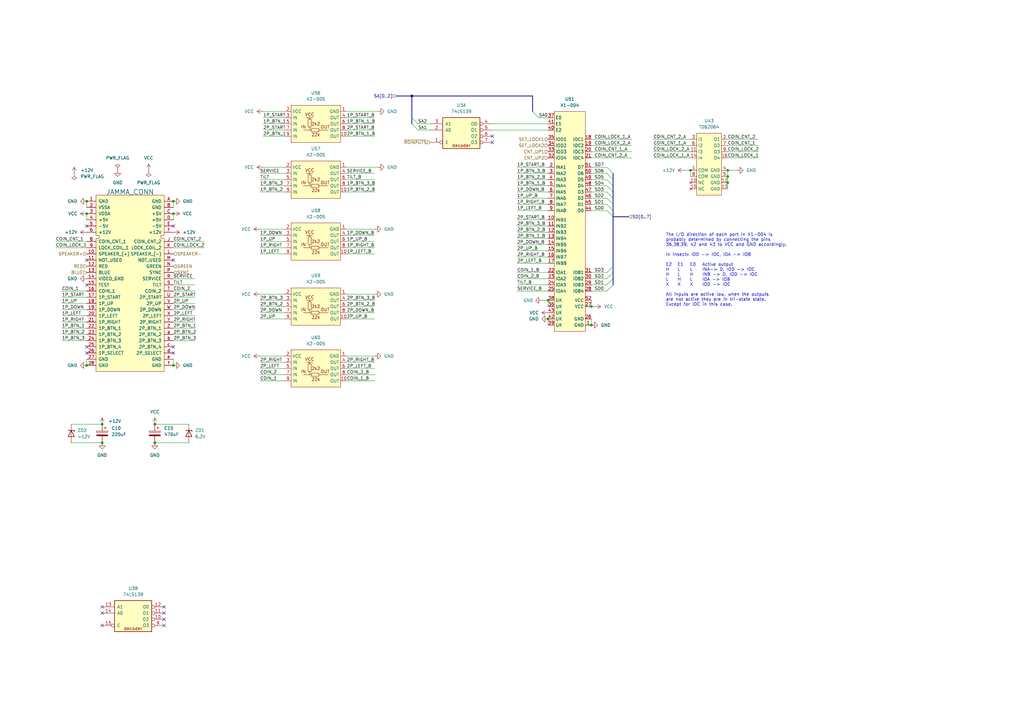
<source format=kicad_sch>
(kicad_sch (version 20211123) (generator eeschema)
  (paper "A3")
  (title_block (title "Insector X - P0-056A") (date "2022-12-06") (company "Ulf Skutnabba, twitter: @skutis77"))
  (lib_symbols
    (symbol "Device:C_Polarized" (pin_numbers hide) (pin_names (offset 0.254))
      (property "Reference" "C" (at 0.635 2.54 0))
      (property "Value" "C_Polarized" (at 0.635 -2.54 0))
      (symbol "C_Polarized_0_1"
        (rectangle (start -2.286 0.508) (end 2.286 1.016))
        (polyline (pts (xy -1.778 2.286) (xy -0.762 2.286)))
        (polyline (pts (xy -1.27 2.794) (xy -1.27 1.778)))
        (rectangle (start 2.286 -0.508) (end -2.286 -1.016) (fill (type outline)))
      )
      (symbol "C_Polarized_1_1"
        (pin passive line (at 0 3.81 270) (length 2.794) (name "~") (number "1"))
        (pin passive line (at 0 -3.81 90) (length 2.794) (name "~") (number "2"))
      )
    )
    (symbol "Device:D_Zener" (pin_numbers hide) (pin_names (offset 1.016) hide)
      (property "Reference" "D" (at 0 2.54 0))
      (property "Value" "D_Zener" (at 0 -2.54 0))
      (symbol "D_Zener_0_1"
        (polyline (pts (xy 1.27 0) (xy -1.27 0)))
        (polyline (pts (xy -1.27 -1.27) (xy -1.27 1.27) (xy -0.762 1.27)) (stroke (width 0.254)))
        (polyline (pts (xy 1.27 -1.27) (xy 1.27 1.27) (xy -1.27 0) (xy 1.27 -1.27)) (stroke (width 0.254)))
      )
      (symbol "D_Zener_1_1"
        (pin passive line (at -3.81 0 0) (length 2.54) (name "K") (number "1"))
        (pin passive line (at 3.81 0 180) (length 2.54) (name "A") (number "2"))
      )
    )
    (symbol "jt74:74LS139" (pin_names (offset 1.016))
      (property "Reference" "U" (at -7.62 8.89 0))
      (property "Value" "74LS139" (at -7.62 -8.89 0))
      (symbol "74LS139_0_0"
        (text "decoder" (at 0 -6.35 0) (effects (font (size 1.27 1.27))))
      )
      (symbol "74LS139_1_0"
        (pin input inverted (at -12.7 -5.08 0) (length 5.08) (name "E") (number "1"))
        (pin input line (at -12.7 0 0) (length 5.08) (name "A0") (number "2"))
        (pin input line (at -12.7 2.54 0) (length 5.08) (name "A1") (number "3"))
        (pin output inverted (at 12.7 2.54 180) (length 5.08) (name "O0") (number "4"))
        (pin output inverted (at 12.7 0 180) (length 5.08) (name "O1") (number "5"))
        (pin output inverted (at 12.7 -2.54 180) (length 5.08) (name "O2") (number "6"))
        (pin output inverted (at 12.7 -5.08 180) (length 5.08) (name "O3") (number "7"))
      )
      (symbol "74LS139_1_1"
        (rectangle (start -7.62 5.08) (end 7.62 -7.62) (stroke (width 0.254)) (fill (type background)))
      )
      (symbol "74LS139_2_0"
        (pin output inverted (at 12.7 -2.54 180) (length 5.08) (name "O2") (number "10"))
        (pin output inverted (at 12.7 0 180) (length 5.08) (name "O1") (number "11"))
        (pin output inverted (at 12.7 2.54 180) (length 5.08) (name "O0") (number "12"))
        (pin input line (at -12.7 2.54 0) (length 5.08) (name "A1") (number "13"))
        (pin input line (at -12.7 0 0) (length 5.08) (name "A0") (number "14"))
        (pin input inverted (at -12.7 -5.08 0) (length 5.08) (name "E") (number "15"))
        (pin output inverted (at 12.7 -5.08 180) (length 5.08) (name "O3") (number "9"))
      )
      (symbol "74LS139_2_1"
        (rectangle (start -7.62 5.08) (end 7.62 -7.62) (stroke (width 0.254)) (fill (type background)))
      )
      (symbol "74LS139_3_0"
        (pin power_in line (at 0 7.62 270) (length 5.08) hide (name "VCC") (number "16"))
        (pin power_in line (at 0 -7.62 90) (length 5.08) hide (name "VSS") (number "8"))
      )
      (symbol "74LS139_3_1"
        (rectangle (start -5.08 7.62) (end 5.08 -7.62) (stroke (width 0.254)) (fill (type background)))
      )
    )
    (symbol "power:+12V" (power) (pin_names (offset 0))
      (property "Value" "+12V" (at 0 3.556 0))
      (symbol "+12V_0_1"
        (polyline (pts (xy -0.762 1.27) (xy 0 2.54)))
        (polyline (pts (xy 0 0) (xy 0 2.54)))
        (polyline (pts (xy 0 2.54) (xy 0.762 1.27)))
      )
      (symbol "+12V_1_1"
        (pin power_in line (at 0 0 90) (length 0) hide (name "+12V") (number "1"))
      )
    )
    (symbol "power:GND" (power) (pin_names (offset 0))
      (property "Value" "GND" (at 0 -3.81 0))
      (symbol "GND_0_1"
        (polyline (pts (xy 0 0) (xy 0 -1.27) (xy 1.27 -1.27) (xy 0 -2.54) (xy -1.27 -1.27) (xy 0 -1.27)))
      )
      (symbol "GND_1_1"
        (pin power_in line (at 0 0 270) (length 0) hide (name "GND") (number "1"))
      )
    )
    (symbol "power:PWR_FLAG" (power) (pin_numbers hide) (pin_names (offset 0) hide)
      (property "Value" "PWR_FLAG" (at 0 3.81 0))
      (symbol "PWR_FLAG_0_0"
        (pin power_out line (at 0 0 90) (length 0) (name "pwr") (number "1"))
      )
      (symbol "PWR_FLAG_0_1"
        (polyline (pts (xy 0 0) (xy 0 1.27) (xy -1.016 1.905) (xy 0 2.54) (xy 1.016 1.905) (xy 0 1.27)))
      )
    )
    (symbol "power:VCC" (power) (pin_names (offset 0))
      (property "Value" "VCC" (at 0 3.81 0))
      (symbol "VCC_0_1"
        (polyline (pts (xy -0.762 1.27) (xy 0 2.54)))
        (polyline (pts (xy 0 0) (xy 0 2.54)))
        (polyline (pts (xy 0 2.54) (xy 0.762 1.27)))
      )
      (symbol "VCC_1_1"
        (pin power_in line (at 0 0 90) (length 0) hide (name "VCC") (number "1"))
      )
    )
    (symbol "seta:X2-005"
      (property "Reference" "U" (at 11.43 3.81 0))
      (property "Value" "X2-005" (at 11.43 -13.97 0))
      (symbol "X2-005_0_0"
        (polyline (pts (xy 7.62 -7.62) (xy 10.795 -7.62)))
        (polyline (pts (xy 8.89 -2.54) (xy 11.43 -2.54)))
        (polyline (pts (xy 10.16 -6.35) (xy 10.16 -7.62)))
        (polyline (pts (xy 13.97 -7.62) (xy 17.78 -7.62)))
        (polyline (pts (xy 10.16 -3.175) (xy 10.16 -2.54) (xy 9.525 -2.54)))
        (rectangle (start 2.54 2.54) (end 22.86 -12.7) (fill (type background)))
        (text "22k" (at 12.7 -9.525 0) (effects (font (size 1.27 1.27))))
        (text "2k2" (at 12.7 -5.08 0) (effects (font (size 1.27 1.27))))
        (text "IN" (at 7.62 -6.35 0) (effects (font (size 1.27 1.27))))
        (text "OUT" (at 16.51 -6.35 0) (effects (font (size 1.27 1.27))))
        (text "VCC" (at 10.16 -1.27 0) (effects (font (size 1.27 1.27))))
      )
      (symbol "X2-005_0_1"
        (rectangle (start 9.525 -6.35) (end 10.795 -3.175))
        (rectangle (start 10.795 -6.985) (end 13.97 -8.255))
      )
      (symbol "X2-005_1_1"
        (pin passive line (at 25.4 0 180) (length 2.54) (name "GND") (number "1"))
        (pin passive line (at 25.4 -10.16 180) (length 2.54) (name "OUT") (number "10"))
        (pin passive line (at 0 0 0) (length 2.54) (name "VCC") (number "2"))
        (pin passive line (at 0 -2.54 0) (length 2.54) (name "IN") (number "3"))
        (pin passive line (at 25.4 -2.54 180) (length 2.54) (name "OUT") (number "4"))
        (pin passive line (at 0 -5.08 0) (length 2.54) (name "IN") (number "5"))
        (pin passive line (at 25.4 -5.08 180) (length 2.54) (name "OUT") (number "6"))
        (pin passive line (at 0 -7.62 0) (length 2.54) (name "IN") (number "7"))
        (pin passive line (at 25.4 -7.62 180) (length 2.54) (name "OUT") (number "8"))
        (pin passive line (at 0 -10.16 0) (length 2.54) (name "IN") (number "9"))
      )
    )
    (symbol "skutis-kicad:JAMMA_CONN" (pin_names (offset 1.016))
      (property "Value" "JAMMA_CONN" (at 13.97 1.27 0))
      (symbol "JAMMA_CONN_0_1"
        (polyline (pts (xy 0 0) (xy 0 -16.51) (xy 1.27 -16.51) (xy 1.27 -17.78) (xy 0 -17.78) (xy 0 -72.39) (xy 27.94 -72.39) (xy 27.94 -17.78) (xy 26.67 -17.78) (xy 26.67 -16.51) (xy 27.94 -16.51) (xy 27.94 0) (xy 0 0)) (fill (type background)))
      )
      (symbol "JAMMA_CONN_1_1"
        (pin passive line (at -3.81 -2.54 0) (length 3.81) (name "GND") (number "1"))
        (pin input line (at -3.81 -24.13 0) (length 3.81) (name "SPEAKER_(+)") (number "10"))
        (pin unspecified line (at -3.81 -26.67 0) (length 3.81) (name "NOT_USED") (number "11"))
        (pin output line (at -3.81 -29.21 0) (length 3.81) (name "RED") (number "12"))
        (pin output line (at -3.81 -31.75 0) (length 3.81) (name "BLUE") (number "13"))
        (pin passive line (at -3.81 -34.29 0) (length 3.81) (name "VIDEO_GND") (number "14"))
        (pin input line (at -3.81 -36.83 0) (length 3.81) (name "TEST") (number "15"))
        (pin output line (at -3.81 -39.37 0) (length 3.81) (name "COIN_1") (number "16"))
        (pin input line (at -3.81 -41.91 0) (length 3.81) (name "1P_START") (number "17"))
        (pin input line (at -3.81 -44.45 0) (length 3.81) (name "1P_UP") (number "18"))
        (pin input line (at -3.81 -46.99 0) (length 3.81) (name "1P_DOWN") (number "19"))
        (pin passive line (at -3.81 -5.08 0) (length 3.81) (name "VSSA") (number "2"))
        (pin input line (at -3.81 -49.53 0) (length 3.81) (name "1P_LEFT") (number "20"))
        (pin input line (at -3.81 -52.07 0) (length 3.81) (name "1P_RIGHT") (number "21"))
        (pin input line (at -3.81 -54.61 0) (length 3.81) (name "1P_BTN_1") (number "22"))
        (pin input line (at -3.81 -57.15 0) (length 3.81) (name "1P_BTN_2") (number "23"))
        (pin input line (at -3.81 -59.69 0) (length 3.81) (name "1P_BTN_3") (number "24"))
        (pin input line (at -3.81 -62.23 0) (length 3.81) (name "1P_BTN_4") (number "25"))
        (pin input line (at -3.81 -64.77 0) (length 3.81) (name "1P_SELECT") (number "26"))
        (pin passive line (at -3.81 -67.31 0) (length 3.81) (name "GND") (number "27"))
        (pin passive line (at -3.81 -69.85 0) (length 3.81) (name "GND") (number "28"))
        (pin passive line (at -3.81 -7.62 0) (length 3.81) (name "VDDA") (number "3"))
        (pin passive line (at -3.81 -10.16 0) (length 3.81) (name "+5V") (number "4"))
        (pin passive line (at -3.81 -12.7 0) (length 3.81) (name "-5V") (number "5"))
        (pin passive line (at -3.81 -15.24 0) (length 3.81) (name "+12V") (number "6"))
        (pin open_collector line (at -3.81 -19.05 0) (length 3.81) (name "COIN_CNT_1") (number "8"))
        (pin open_collector line (at -3.81 -21.59 0) (length 3.81) (name "LOCK_COIL_1") (number "9"))
        (pin passive line (at 31.75 -2.54 180) (length 3.81) (name "GND") (number "A"))
        (pin passive line (at 31.75 -5.08 180) (length 3.81) (name "GND") (number "B"))
        (pin passive line (at 31.75 -7.62 180) (length 3.81) (name "+5V") (number "C"))
        (pin passive line (at 31.75 -10.16 180) (length 3.81) (name "+5V") (number "D"))
        (pin passive line (at 31.75 -12.7 180) (length 3.81) (name "-5V") (number "E"))
        (pin passive line (at 31.75 -15.24 180) (length 3.81) (name "+12V") (number "F"))
        (pin open_collector line (at 31.75 -19.05 180) (length 3.81) (name "COIN_CNT_2") (number "J"))
        (pin open_collector line (at 31.75 -21.59 180) (length 3.81) (name "LOCK_COIL_2") (number "K"))
        (pin input line (at 31.75 -24.13 180) (length 3.81) (name "SPEAKER_(-)") (number "L"))
        (pin unspecified line (at 31.75 -26.67 180) (length 3.81) (name "NOT_USED") (number "M"))
        (pin output line (at 31.75 -29.21 180) (length 3.81) (name "GREEN") (number "N"))
        (pin input line (at 31.75 -31.75 180) (length 3.81) (name "SYNC") (number "P"))
        (pin input line (at 31.75 -34.29 180) (length 3.81) (name "SERVICE") (number "R"))
        (pin input line (at 31.75 -36.83 180) (length 3.81) (name "TILT") (number "S"))
        (pin output line (at 31.75 -39.37 180) (length 3.81) (name "COIN_2") (number "T"))
        (pin input line (at 31.75 -41.91 180) (length 3.81) (name "2P_START") (number "U"))
        (pin input line (at 31.75 -44.45 180) (length 3.81) (name "2P_UP") (number "V"))
        (pin input line (at 31.75 -46.99 180) (length 3.81) (name "2P_DOWN") (number "W"))
        (pin input line (at 31.75 -49.53 180) (length 3.81) (name "2P_LEFT") (number "X"))
        (pin input line (at 31.75 -52.07 180) (length 3.81) (name "2P_RIGHT") (number "Y"))
        (pin input line (at 31.75 -54.61 180) (length 3.81) (name "2P_BTN_1") (number "Z"))
        (pin input line (at 31.75 -57.15 180) (length 3.81) (name "2P_BTN_2") (number "a"))
        (pin input line (at 31.75 -59.69 180) (length 3.81) (name "2P_BTN_3") (number "b"))
        (pin input line (at 31.75 -62.23 180) (length 3.81) (name "2P_BTN_4") (number "c"))
        (pin input line (at 31.75 -64.77 180) (length 3.81) (name "2P_SELECT") (number "d"))
        (pin passive line (at 31.75 -67.31 180) (length 3.81) (name "GND") (number "e"))
        (pin passive line (at 31.75 -69.85 180) (length 3.81) (name "GND") (number "f"))
      )
    )
    (symbol "skutis-kicad:TD62064"
      (property "Reference" "U" (at 0 16.51 0))
      (property "Value" "TD62064" (at 0 13.97 0))
      (symbol "TD62064_0_1"
        (rectangle (start -5.08 12.7) (end 5.08 -12.7) (fill (type background)))
      )
      (symbol "TD62064_1_1"
        (pin power_in line (at -7.62 -2.54 0) (length 2.54) (name "COM") (number "1"))
        (pin no_connect line (at -7.62 -7.62 0) (length 2.54) (name "NC") (number "10"))
        (pin input line (at -7.62 5.08 0) (length 2.54) (name "I3") (number "11"))
        (pin power_in line (at 7.62 -7.62 180) (length 2.54) (name "GND") (number "12"))
        (pin power_in line (at 7.62 -10.16 180) (length 2.54) (name "GND") (number "13"))
        (pin input line (at -7.62 2.54 0) (length 2.54) (name "I4") (number "14"))
        (pin no_connect line (at -7.62 -10.16 0) (length 2.54) (name "NC") (number "15"))
        (pin open_collector line (at 7.62 2.54 180) (length 2.54) (name "O4") (number "16"))
        (pin open_collector line (at 7.62 10.16 180) (length 2.54) (name "O1") (number "2"))
        (pin input line (at -7.62 10.16 0) (length 2.54) (name "I1") (number "3"))
        (pin power_in line (at 7.62 -2.54 180) (length 2.54) (name "GND") (number "4"))
        (pin power_in line (at 7.62 -5.08 180) (length 2.54) (name "GND") (number "5"))
        (pin input line (at -7.62 7.62 0) (length 2.54) (name "I2") (number "6"))
        (pin open_collector line (at 7.62 7.62 180) (length 2.54) (name "O2") (number "7"))
        (pin power_in line (at -7.62 -5.08 0) (length 2.54) (name "COM") (number "8"))
        (pin open_collector line (at 7.62 5.08 180) (length 2.54) (name "O3") (number "9"))
      )
    )
    (symbol "skutis-kicad:X1-004"
      (property "Reference" "U" (at 0 49.53 0))
      (property "Value" "X1-004" (at 0 46.99 0))
      (symbol "X1-004_0_0"
        (rectangle (start -6.35 45.72) (end 6.35 -44.45) (fill (type background)))
      )
      (symbol "X1-004_1_1"
        (pin power_in line (at 8.89 -41.91 180) (length 2.54) (name "GND") (number "1"))
        (pin input line (at -8.89 1.27 0) (length 2.54) (name "INB1") (number "10"))
        (pin input line (at -8.89 -1.27 0) (length 2.54) (name "INB2") (number "11"))
        (pin input line (at -8.89 -3.81 0) (length 2.54) (name "INB3") (number "12"))
        (pin input line (at -8.89 -6.35 0) (length 2.54) (name "INB4") (number "13"))
        (pin input line (at -8.89 -8.89 0) (length 2.54) (name "INB5") (number "14"))
        (pin input line (at -8.89 -11.43 0) (length 2.54) (name "INB6") (number "15"))
        (pin input line (at -8.89 -13.97 0) (length 2.54) (name "INB7") (number "16"))
        (pin input line (at -8.89 -16.51 0) (length 2.54) (name "INB8") (number "17"))
        (pin bidirectional line (at 8.89 34.29 180) (length 2.54) (name "IOC1") (number "18"))
        (pin bidirectional line (at 8.89 31.75 180) (length 2.54) (name "IOC2") (number "19"))
        (pin input line (at -8.89 22.86 0) (length 2.54) (name "INA1") (number "2"))
        (pin bidirectional line (at 8.89 29.21 180) (length 2.54) (name "IOC3") (number "20"))
        (pin bidirectional line (at 8.89 26.67 180) (length 2.54) (name "IOC4") (number "21"))
        (pin bidirectional line (at -8.89 -20.32 0) (length 2.54) (name "IOA1") (number "22"))
        (pin bidirectional line (at -8.89 -22.86 0) (length 2.54) (name "IOA2") (number "23"))
        (pin bidirectional line (at -8.89 -25.4 0) (length 2.54) (name "IOA3") (number "24"))
        (pin bidirectional line (at -8.89 -27.94 0) (length 2.54) (name "IOA4") (number "25"))
        (pin power_in line (at 8.89 -39.37 180) (length 2.54) (name "GND") (number "26"))
        (pin power_in line (at 8.89 -34.29 180) (length 2.54) (name "VCC") (number "27"))
        (pin bidirectional line (at 8.89 -27.94 180) (length 2.54) (name "IOB4") (number "28"))
        (pin bidirectional line (at 8.89 -25.4 180) (length 2.54) (name "IOB3") (number "29"))
        (pin input line (at -8.89 20.32 0) (length 2.54) (name "INA2") (number "3"))
        (pin bidirectional line (at 8.89 -22.86 180) (length 2.54) (name "IOB2") (number "30"))
        (pin bidirectional line (at 8.89 -20.32 180) (length 2.54) (name "IOB1") (number "31"))
        (pin bidirectional line (at -8.89 26.67 0) (length 2.54) (name "IOD4") (number "32"))
        (pin bidirectional line (at -8.89 29.21 0) (length 2.54) (name "IOD3") (number "33"))
        (pin bidirectional line (at -8.89 31.75 0) (length 2.54) (name "IOD2") (number "34"))
        (pin bidirectional line (at -8.89 34.29 0) (length 2.54) (name "IOD1") (number "35"))
        (pin input line (at -8.89 -34.29 0) (length 2.54) (name "UK") (number "36"))
        (pin input line (at -8.89 43.18 0) (length 2.54) (name "E0") (number "37"))
        (pin input line (at -8.89 -31.75 0) (length 2.54) (name "UK") (number "38"))
        (pin input line (at -8.89 -41.91 0) (length 2.54) (name "UK") (number "39"))
        (pin input line (at -8.89 17.78 0) (length 2.54) (name "INA3") (number "4"))
        (pin input line (at -8.89 38.1 0) (length 2.54) (name "E2") (number "40"))
        (pin input line (at -8.89 40.64 0) (length 2.54) (name "E1") (number "41"))
        (pin input line (at -8.89 -39.37 0) (length 2.54) (name "UK") (number "42"))
        (pin input line (at -8.89 -36.83 0) (length 2.54) (name "UK") (number "43"))
        (pin output line (at 8.89 5.08 180) (length 2.54) (name "D0") (number "44"))
        (pin output line (at 8.89 7.62 180) (length 2.54) (name "D1") (number "45"))
        (pin output line (at 8.89 10.16 180) (length 2.54) (name "D2") (number "46"))
        (pin output line (at 8.89 12.7 180) (length 2.54) (name "D3") (number "47"))
        (pin output line (at 8.89 15.24 180) (length 2.54) (name "D4") (number "48"))
        (pin output line (at 8.89 17.78 180) (length 2.54) (name "D5") (number "49"))
        (pin input line (at -8.89 15.24 0) (length 2.54) (name "INA4") (number "5"))
        (pin output line (at 8.89 20.32 180) (length 2.54) (name "D6") (number "50"))
        (pin output line (at 8.89 22.86 180) (length 2.54) (name "D7") (number "51"))
        (pin power_in line (at 8.89 -31.75 180) (length 2.54) (name "VCC") (number "52"))
        (pin input line (at -8.89 12.7 0) (length 2.54) (name "INA5") (number "6"))
        (pin input line (at -8.89 10.16 0) (length 2.54) (name "INA6") (number "7"))
        (pin input line (at -8.89 7.62 0) (length 2.54) (name "INA7") (number "8"))
        (pin input line (at -8.89 5.08 0) (length 2.54) (name "INA8") (number "9"))
      )
    )
  )
  (junction (at 298.45 74.93))
  (junction (at 35.56 149.86))
  (junction (at 298.45 69.85))
  (junction (at 242.57 125.73))
  (junction (at 283.21 69.85))
  (junction (at 41.91 181.61))
  (junction (at 298.45 72.39))
  (junction (at 35.56 87.63))
  (junction (at 63.5 173.99))
  (junction (at 63.5 181.61))
  (junction (at 242.57 133.35))
  (junction (at 224.79 130.81))
  (junction (at 35.56 82.55))
  (junction (at 41.91 173.99))
  (junction (at 71.12 87.63))
  (junction (at 224.79 123.19))
  (junction (at 71.12 82.55))
  (junction (at 168.91 39.37))
  (junction (at 71.12 149.86))
  (no_connect (at 41.91 248.92))
  (no_connect (at 41.91 251.46))
  (no_connect (at 41.91 256.54))
  (no_connect (at 67.31 248.92))
  (no_connect (at 67.31 251.46))
  (no_connect (at 67.31 254))
  (no_connect (at 67.31 256.54))
  (no_connect (at 71.12 92.71))
  (no_connect (at 35.56 92.71))
  (no_connect (at 35.56 106.68))
  (no_connect (at 35.56 116.84))
  (no_connect (at 71.12 106.68))
  (no_connect (at 201.93 55.88))
  (no_connect (at 201.93 58.42))
  (no_connect (at 35.56 142.24))
  (no_connect (at 35.56 144.78))
  (no_connect (at 71.12 144.78))
  (no_connect (at 71.12 142.24))
  (bus_entry (at 248.92 78.74) (size 2.54 2.54))
  (bus_entry (at 248.92 111.76) (size 2.54 -2.54))
  (bus_entry (at 248.92 83.82) (size 2.54 2.54))
  (bus_entry (at 248.92 119.38) (size 2.54 -2.54))
  (bus_entry (at 248.92 116.84) (size 2.54 -2.54))
  (bus_entry (at 248.92 71.12) (size 2.54 2.54))
  (bus_entry (at 248.92 81.28) (size 2.54 2.54))
  (bus_entry (at 248.92 86.36) (size 2.54 2.54))
  (bus_entry (at 168.91 50.8) (size 2.54 2.54))
  (bus_entry (at 168.91 48.26) (size 2.54 2.54))
  (bus_entry (at 218.44 45.72) (size 2.54 2.54))
  (bus_entry (at 248.92 73.66) (size 2.54 2.54))
  (bus_entry (at 248.92 68.58) (size 2.54 2.54))
  (bus_entry (at 248.92 76.2) (size 2.54 2.54))
  (bus_entry (at 248.92 114.3) (size 2.54 -2.54))
  (wire (pts (xy 106.68 146.05) (xy 116.84 146.05)))
  (wire (pts (xy 242.57 119.38) (xy 248.92 119.38)))
  (wire (pts (xy 171.45 53.34) (xy 176.53 53.34)))
  (wire (pts (xy 71.12 134.62) (xy 80.01 134.62)))
  (wire (pts (xy 106.68 78.74) (xy 116.84 78.74)))
  (bus (pts (xy 251.46 111.76) (xy 251.46 109.22)))
  (wire (pts (xy 242.57 57.15) (xy 259.08 57.15)))
  (wire (pts (xy 71.12 101.6) (xy 83.82 101.6)))
  (wire (pts (xy 25.4 134.62) (xy 35.56 134.62)))
  (wire (pts (xy 25.4 139.7) (xy 35.56 139.7)))
  (wire (pts (xy 298.45 69.85) (xy 298.45 72.39)))
  (wire (pts (xy 29.21 181.61) (xy 41.91 181.61)))
  (wire (pts (xy 212.09 86.36) (xy 224.79 86.36)))
  (wire (pts (xy 212.09 111.76) (xy 224.79 111.76)))
  (wire (pts (xy 25.4 121.92) (xy 35.56 121.92)))
  (wire (pts (xy 107.95 48.26) (xy 116.84 48.26)))
  (wire (pts (xy 222.25 123.19) (xy 224.79 123.19)))
  (wire (pts (xy 142.24 50.8) (xy 153.67 50.8)))
  (wire (pts (xy 71.12 124.46) (xy 80.01 124.46)))
  (wire (pts (xy 142.24 123.19) (xy 153.67 123.19)))
  (bus (pts (xy 251.46 116.84) (xy 251.46 114.3)))
  (wire (pts (xy 242.57 81.28) (xy 248.92 81.28)))
  (wire (pts (xy 142.24 55.88) (xy 153.67 55.88)))
  (wire (pts (xy 142.24 101.6) (xy 153.67 101.6)))
  (wire (pts (xy 212.09 105.41) (xy 224.79 105.41)))
  (wire (pts (xy 71.12 116.84) (xy 80.01 116.84)))
  (bus (pts (xy 251.46 83.82) (xy 251.46 86.36)))
  (wire (pts (xy 212.09 114.3) (xy 224.79 114.3)))
  (wire (pts (xy 22.86 101.6) (xy 35.56 101.6)))
  (wire (pts (xy 242.57 64.77) (xy 259.08 64.77)))
  (wire (pts (xy 298.45 62.23) (xy 311.15 62.23)))
  (bus (pts (xy 251.46 86.36) (xy 251.46 88.9)))
  (wire (pts (xy 283.21 69.85) (xy 283.21 72.39)))
  (wire (pts (xy 106.68 96.52) (xy 116.84 96.52)))
  (wire (pts (xy 242.57 78.74) (xy 248.92 78.74)))
  (wire (pts (xy 212.09 68.58) (xy 224.79 68.58)))
  (wire (pts (xy 302.26 69.85) (xy 298.45 69.85)))
  (wire (pts (xy 224.79 130.81) (xy 224.79 133.35)))
  (wire (pts (xy 25.4 119.38) (xy 35.56 119.38)))
  (wire (pts (xy 242.57 73.66) (xy 248.92 73.66)))
  (wire (pts (xy 106.68 71.12) (xy 116.84 71.12)))
  (wire (pts (xy 242.57 130.81) (xy 242.57 133.35)))
  (wire (pts (xy 71.12 87.63) (xy 71.12 90.17)))
  (wire (pts (xy 142.24 96.52) (xy 153.67 96.52)))
  (wire (pts (xy 25.4 124.46) (xy 35.56 124.46)))
  (wire (pts (xy 142.24 48.26) (xy 153.67 48.26)))
  (wire (pts (xy 107.95 68.58) (xy 116.84 68.58)))
  (wire (pts (xy 142.24 128.27) (xy 153.67 128.27)))
  (wire (pts (xy 107.95 55.88) (xy 116.84 55.88)))
  (wire (pts (xy 25.4 132.08) (xy 35.56 132.08)))
  (wire (pts (xy 212.09 116.84) (xy 224.79 116.84)))
  (wire (pts (xy 280.67 69.85) (xy 283.21 69.85)))
  (wire (pts (xy 212.09 100.33) (xy 224.79 100.33)))
  (wire (pts (xy 142.24 71.12) (xy 153.67 71.12)))
  (bus (pts (xy 251.46 88.9) (xy 251.46 109.22)))
  (wire (pts (xy 142.24 148.59) (xy 153.67 148.59)))
  (wire (pts (xy 212.09 102.87) (xy 224.79 102.87)))
  (wire (pts (xy 71.12 82.55) (xy 71.12 85.09)))
  (wire (pts (xy 212.09 107.95) (xy 224.79 107.95)))
  (wire (pts (xy 142.24 156.21) (xy 153.67 156.21)))
  (wire (pts (xy 153.67 93.98) (xy 142.24 93.98)))
  (wire (pts (xy 106.68 148.59) (xy 116.84 148.59)))
  (wire (pts (xy 106.68 130.81) (xy 116.84 130.81)))
  (wire (pts (xy 242.57 62.23) (xy 259.08 62.23)))
  (wire (pts (xy 242.57 123.19) (xy 242.57 125.73)))
  (wire (pts (xy 242.57 86.36) (xy 248.92 86.36)))
  (bus (pts (xy 168.91 48.26) (xy 168.91 39.37)))
  (wire (pts (xy 212.09 83.82) (xy 224.79 83.82)))
  (wire (pts (xy 212.09 76.2) (xy 224.79 76.2)))
  (wire (pts (xy 153.67 146.05) (xy 142.24 146.05)))
  (wire (pts (xy 201.93 50.8) (xy 224.79 50.8)))
  (wire (pts (xy 212.09 81.28) (xy 224.79 81.28)))
  (wire (pts (xy 106.68 104.14) (xy 116.84 104.14)))
  (wire (pts (xy 35.56 147.32) (xy 35.56 149.86)))
  (wire (pts (xy 153.67 120.65) (xy 142.24 120.65)))
  (wire (pts (xy 212.09 119.38) (xy 224.79 119.38)))
  (wire (pts (xy 267.97 57.15) (xy 283.21 57.15)))
  (wire (pts (xy 267.97 62.23) (xy 283.21 62.23)))
  (wire (pts (xy 71.12 121.92) (xy 80.01 121.92)))
  (wire (pts (xy 171.45 50.8) (xy 176.53 50.8)))
  (wire (pts (xy 25.4 127) (xy 35.56 127)))
  (wire (pts (xy 298.45 57.15) (xy 311.15 57.15)))
  (wire (pts (xy 106.68 151.13) (xy 116.84 151.13)))
  (wire (pts (xy 142.24 99.06) (xy 153.67 99.06)))
  (wire (pts (xy 71.12 129.54) (xy 80.01 129.54)))
  (wire (pts (xy 212.09 73.66) (xy 224.79 73.66)))
  (wire (pts (xy 242.57 76.2) (xy 248.92 76.2)))
  (wire (pts (xy 71.12 137.16) (xy 80.01 137.16)))
  (wire (pts (xy 242.57 114.3) (xy 248.92 114.3)))
  (wire (pts (xy 242.57 59.69) (xy 259.08 59.69)))
  (wire (pts (xy 25.4 129.54) (xy 35.56 129.54)))
  (wire (pts (xy 212.09 71.12) (xy 224.79 71.12)))
  (wire (pts (xy 298.45 64.77) (xy 311.15 64.77)))
  (wire (pts (xy 107.95 53.34) (xy 116.84 53.34)))
  (wire (pts (xy 212.09 78.74) (xy 224.79 78.74)))
  (wire (pts (xy 142.24 73.66) (xy 153.67 73.66)))
  (wire (pts (xy 242.57 83.82) (xy 248.92 83.82)))
  (wire (pts (xy 154.94 45.72) (xy 142.24 45.72)))
  (wire (pts (xy 106.68 125.73) (xy 116.84 125.73)))
  (bus (pts (xy 251.46 73.66) (xy 251.46 76.2)))
  (wire (pts (xy 63.5 181.61) (xy 77.47 181.61)))
  (wire (pts (xy 242.57 125.73) (xy 243.84 125.73)))
  (wire (pts (xy 142.24 76.2) (xy 153.67 76.2)))
  (wire (pts (xy 142.24 151.13) (xy 153.67 151.13)))
  (wire (pts (xy 220.98 48.26) (xy 224.79 48.26)))
  (wire (pts (xy 71.12 119.38) (xy 80.01 119.38)))
  (bus (pts (xy 251.46 71.12) (xy 251.46 73.66)))
  (wire (pts (xy 25.4 137.16) (xy 35.56 137.16)))
  (bus (pts (xy 251.46 81.28) (xy 251.46 83.82)))
  (wire (pts (xy 142.24 153.67) (xy 153.67 153.67)))
  (wire (pts (xy 107.95 45.72) (xy 116.84 45.72)))
  (bus (pts (xy 168.91 39.37) (xy 218.44 39.37)))
  (wire (pts (xy 106.68 153.67) (xy 116.84 153.67)))
  (bus (pts (xy 168.91 39.37) (xy 162.56 39.37)))
  (wire (pts (xy 224.79 123.19) (xy 224.79 125.73)))
  (wire (pts (xy 71.12 147.32) (xy 71.12 149.86)))
  (wire (pts (xy 106.68 120.65) (xy 116.84 120.65)))
  (wire (pts (xy 142.24 125.73) (xy 153.67 125.73)))
  (wire (pts (xy 298.45 74.93) (xy 298.45 77.47)))
  (wire (pts (xy 242.57 68.58) (xy 248.92 68.58)))
  (wire (pts (xy 106.68 73.66) (xy 116.84 73.66)))
  (wire (pts (xy 106.68 99.06) (xy 116.84 99.06)))
  (bus (pts (xy 218.44 39.37) (xy 218.44 45.72)))
  (bus (pts (xy 251.46 76.2) (xy 251.46 78.74)))
  (wire (pts (xy 71.12 127) (xy 80.01 127)))
  (wire (pts (xy 142.24 78.74) (xy 153.67 78.74)))
  (wire (pts (xy 71.12 114.3) (xy 80.01 114.3)))
  (wire (pts (xy 212.09 92.71) (xy 224.79 92.71)))
  (wire (pts (xy 106.68 128.27) (xy 116.84 128.27)))
  (bus (pts (xy 251.46 88.9) (xy 257.81 88.9)))
  (bus (pts (xy 251.46 114.3) (xy 251.46 111.76)))
  (wire (pts (xy 298.45 72.39) (xy 298.45 74.93)))
  (wire (pts (xy 298.45 59.69) (xy 311.15 59.69)))
  (wire (pts (xy 29.21 173.99) (xy 41.91 173.99)))
  (wire (pts (xy 142.24 68.58) (xy 154.94 68.58)))
  (wire (pts (xy 242.57 111.76) (xy 248.92 111.76)))
  (bus (pts (xy 251.46 78.74) (xy 251.46 81.28)))
  (wire (pts (xy 242.57 71.12) (xy 248.92 71.12)))
  (wire (pts (xy 106.68 123.19) (xy 116.84 123.19)))
  (wire (pts (xy 142.24 53.34) (xy 153.67 53.34)))
  (wire (pts (xy 267.97 59.69) (xy 283.21 59.69)))
  (wire (pts (xy 142.24 104.14) (xy 153.67 104.14)))
  (wire (pts (xy 35.56 82.55) (xy 35.56 85.09)))
  (wire (pts (xy 142.24 130.81) (xy 153.67 130.81)))
  (wire (pts (xy 107.95 50.8) (xy 116.84 50.8)))
  (wire (pts (xy 35.56 87.63) (xy 35.56 90.17)))
  (wire (pts (xy 106.68 76.2) (xy 116.84 76.2)))
  (wire (pts (xy 71.12 99.06) (xy 83.82 99.06)))
  (wire (pts (xy 106.68 101.6) (xy 116.84 101.6)))
  (wire (pts (xy 106.68 156.21) (xy 116.84 156.21)))
  (wire (pts (xy 212.09 97.79) (xy 224.79 97.79)))
  (bus (pts (xy 168.91 50.8) (xy 168.91 48.26)))
  (wire (pts (xy 242.57 116.84) (xy 248.92 116.84)))
  (wire (pts (xy 71.12 139.7) (xy 80.01 139.7)))
  (wire (pts (xy 267.97 64.77) (xy 283.21 64.77)))
  (wire (pts (xy 201.93 53.34) (xy 224.79 53.34)))
  (wire (pts (xy 106.68 93.98) (xy 116.84 93.98)))
  (wire (pts (xy 22.86 99.06) (xy 35.56 99.06)))
  (wire (pts (xy 212.09 95.25) (xy 224.79 95.25)))
  (wire (pts (xy 71.12 132.08) (xy 80.01 132.08)))
  (wire (pts (xy 63.5 173.99) (xy 77.47 173.99)))
  (wire (pts (xy 212.09 90.17) (xy 224.79 90.17)))
  (text "The I/O direction of each port in X1-004 is\nprobably determined by connecting the pins\n36,38,39, 42 and 43 to VCC and GND accordingly.\n\nIn insectx IOD -> IOC, IOA -> IOB\n\nE2	E1	E0	Active output\nH	L	L	INA-> D, IOD -> IOC\nH	L	H	INB -> D, IOD -> IOC\nL	H	L	IOA -> IOB\nX	X	X	IOD -> IOC\n\nAll inputs are active low, when the outputs\nare not active they are in tri-state state.\nExcept for IOC in this case." (at 273.05 125.73 0) (effects (font (size 1.27 1.27)) (justify left bottom)))
  (label "SD0" (at 243.84 119.38 0))
  (label "SERVICE_B" (at 212.09 119.38 0))
  (label "1P_BTN_3" (at 25.4 139.7 0))
  (label "SD4" (at 243.84 76.2 0))
  (label "COIN_1" (at 25.4 119.38 0))
  (label "COIN_1_B" (at 212.09 111.76 0))
  (label "2P_RIGHT" (at 106.68 148.59 0))
  (label "SD3" (at 243.84 78.74 0))
  (label "2P_START_B" (at 212.09 90.17 0))
  (label "COIN_LOCK_1_A" (at 243.84 57.15 0))
  (label "1P_RIGHT" (at 25.4 132.08 0))
  (label "COIN_CNT_1_A" (at 243.84 62.23 0))
  (label "SA0" (at 220.98 48.26 0))
  (label "2P_LEFT_B" (at 142.24 151.13 0))
  (label "SD3" (at 243.84 111.76 0))
  (label "2P_BTN_1_B" (at 212.09 97.79 0))
  (label "2P_BTN_3" (at 106.68 123.19 0))
  (label "SD1" (at 243.84 83.82 0))
  (label "2P_RIGHT_B" (at 212.09 105.41 0))
  (label "2P_DOWN_B" (at 212.09 100.33 0))
  (label "2P_UP" (at 106.68 130.81 0))
  (label "2P_START_B" (at 142.24 53.34 0))
  (label "SD2" (at 243.84 81.28 0))
  (label "COIN_LOCK_1" (at 298.45 64.77 0))
  (label "2P_BTN_1" (at 71.12 134.62 0))
  (label "SD5" (at 243.84 73.66 0))
  (label "1P_BTN_2" (at 25.4 137.16 0))
  (label "1P_UP" (at 106.68 99.06 0))
  (label "1P_UP" (at 25.4 124.46 0))
  (label "COIN_2_B" (at 142.24 153.67 0))
  (label "1P_BTN_2_B" (at 212.09 73.66 0))
  (label "SA1" (at 171.45 53.34 0))
  (label "SD2" (at 243.84 114.3 0))
  (label "COIN_2" (at 71.12 119.38 0))
  (label "1P_BTN_3" (at 106.68 76.2 0))
  (label "COIN_LOCK_2_A" (at 267.97 62.23 0))
  (label "COIN_CNT_2_A" (at 243.84 64.77 0))
  (label "TILT_B" (at 142.24 73.66 0))
  (label "TILT_B" (at 212.09 116.84 0))
  (label "COIN_LOCK_2" (at 298.45 62.23 0))
  (label "1P_START" (at 25.4 121.92 0))
  (label "SD7" (at 243.84 68.58 0))
  (label "TILT" (at 71.12 116.84 0))
  (label "2P_BTN_2_B" (at 212.09 95.25 0))
  (label "1P_START_B" (at 212.09 68.58 0))
  (label "COIN_LOCK_1_A" (at 267.97 64.77 0))
  (label "COIN_LOCK_2_A" (at 243.84 59.69 0))
  (label "1P_LEFT_B" (at 142.24 104.14 0))
  (label "SA2" (at 171.45 50.8 0))
  (label "1P_BTN_1" (at 25.4 134.62 0))
  (label "2P_LEFT" (at 106.68 151.13 0))
  (label "2P_BTN_1" (at 107.95 55.88 0))
  (label "2P_UP" (at 71.12 124.46 0))
  (label "2P_DOWN" (at 106.68 128.27 0))
  (label "1P_BTN_3_B" (at 142.24 76.2 0))
  (label "COIN_CNT_2_A" (at 267.97 57.15 0))
  (label "1P_LEFT" (at 25.4 129.54 0))
  (label "2P_BTN_2" (at 106.68 125.73 0))
  (label "2P_LEFT_B" (at 212.09 107.95 0))
  (label "2P_DOWN" (at 71.12 127 0))
  (label "2P_BTN_2" (at 71.12 137.16 0))
  (label "SD6" (at 243.84 71.12 0))
  (label "2P_BTN_2_B" (at 142.24 125.73 0))
  (label "TILT" (at 106.68 73.66 0))
  (label "COIN_2_B" (at 212.09 114.3 0))
  (label "2P_RIGHT_B" (at 142.24 148.59 0))
  (label "SERVICE_B" (at 142.24 71.12 0))
  (label "COIN_CNT_2" (at 71.12 99.06 0))
  (label "COIN_CNT_2" (at 298.45 57.15 0))
  (label "2P_UP_B" (at 142.24 130.81 0))
  (label "COIN_CNT_1_A" (at 267.97 59.69 0))
  (label "1P_DOWN" (at 25.4 127 0))
  (label "2P_UP_B" (at 212.09 102.87 0))
  (label "1P_LEFT" (at 106.68 104.14 0))
  (label "1P_RIGHT_B" (at 212.09 83.82 0))
  (label "2P_RIGHT" (at 71.12 132.08 0))
  (label "2P_BTN_3_B" (at 142.24 123.19 0))
  (label "SD0" (at 243.84 86.36 0))
  (label "2P_BTN_1_B" (at 142.24 55.88 0))
  (label "1P_BTN_2_B" (at 142.24 78.74 0))
  (label "1P_LEFT_B" (at 212.09 86.36 0))
  (label "1P_START" (at 107.95 48.26 0))
  (label "COIN_LOCK_2" (at 71.12 101.6 0))
  (label "COIN_CNT_1" (at 298.45 59.69 0))
  (label "SERVICE" (at 71.12 114.3 0))
  (label "1P_RIGHT_B" (at 142.24 101.6 0))
  (label "1P_BTN_3_B" (at 212.09 71.12 0))
  (label "2P_START" (at 107.95 53.34 0))
  (label "1P_UP_B" (at 142.24 99.06 0))
  (label "1P_BTN_1_B" (at 142.24 50.8 0))
  (label "SERVICE" (at 106.68 71.12 0))
  (label "1P_UP_B" (at 212.09 81.28 0))
  (label "COIN_1" (at 106.68 156.21 0))
  (label "1P_DOWN_B" (at 212.09 78.74 0))
  (label "2P_DOWN_B" (at 142.24 128.27 0))
  (label "COIN_CNT_1" (at 22.86 99.06 0))
  (label "2P_LEFT" (at 71.12 129.54 0))
  (label "2P_BTN_3" (at 71.12 139.7 0))
  (label "1P_BTN_2" (at 106.68 78.74 0))
  (label "1P_START_B" (at 142.24 48.26 0))
  (label "COIN_1_B" (at 142.24 156.21 0))
  (label "1P_BTN_1" (at 107.95 50.8 0))
  (label "1P_BTN_1_B" (at 212.09 76.2 0))
  (label "2P_BTN_3_B" (at 212.09 92.71 0))
  (label "1P_DOWN_B" (at 142.24 96.52 0))
  (label "1P_DOWN" (at 106.68 96.52 0))
  (label "COIN_2" (at 106.68 153.67 0))
  (label "2P_START" (at 71.12 121.92 0))
  (label "COIN_LOCK_1" (at 22.86 101.6 0))
  (label "1P_RIGHT" (at 106.68 101.6 0))
  (label "SD1" (at 243.84 116.84 0))
  (hierarchical_label "SD[0..7]" (shape input) (at 257.81 88.9 0))
  (hierarchical_label "CNT_UP1" (shape input) (at 224.79 62.23 180))
  (hierarchical_label "SA[0..2]" (shape input) (at 162.56 39.37 180))
  (hierarchical_label "CNT_UP2" (shape input) (at 224.79 64.77 180))
  (hierarchical_label "~{RDINPUTS}" (shape input) (at 176.53 58.42 180))
  (hierarchical_label "SPEAKER-" (shape input) (at 71.12 104.14 0))
  (hierarchical_label "SET_LOCK1" (shape input) (at 224.79 57.15 180))
  (hierarchical_label "SPEAKER+" (shape input) (at 35.56 104.14 180))
  (hierarchical_label "SET_LOCK2" (shape input) (at 224.79 59.69 180))
  (hierarchical_label "BLUE" (shape input) (at 35.56 111.76 180))
  (hierarchical_label "SYNC" (shape input) (at 71.12 111.76 0))
  (hierarchical_label "RED" (shape input) (at 35.56 109.22 180))
  (hierarchical_label "GREEN" (shape input) (at 71.12 109.22 0))
  (symbol (lib_id "Device:D_Zener") (at 29.21 177.8 270) (unit 1)
    (property "Reference" "ZD2" (at 31.75 176.5299 90) (effects (justify left)))
    (property "Value" ">12V" (at 31.75 179.0699 90) (effects (justify left)))
  )
  (symbol (lib_id "power:VCC") (at 224.79 128.27 90) (unit 1)
    (property "Reference" "#PWR0192" (effects hide))
    (property "Value" "VCC" (at 220.98 128.2699 90) (effects (justify left)))
  )
  (symbol (lib_id "power:+12V") (at 35.56 95.25 90) (unit 1)
    (property "Reference" "#PWR0172" (effects hide))
    (property "Value" "+12V" (at 31.75 95.2499 90) (effects (justify left)))
  )
  (symbol (lib_id "power:+12V") (at 280.67 69.85 90) (unit 1)
    (property "Reference" "#PWR0183" (effects hide))
    (property "Value" "+12V" (at 276.86 69.8499 90) (effects (justify left)))
  )
  (symbol (lib_id "power:GND") (at 63.5 181.61 0) (unit 1)
    (property "Reference" "#PWR0184" (effects hide))
    (property "Value" "GND" (at 63.5 186.69 0))
  )
  (symbol (lib_id "Device:C_Polarized") (at 63.5 177.8 0) (mirror y) (unit 1)
    (property "Reference" "C15" (at 67.31 175.6409 0) (effects (justify right)))
    (property "Value" "470uF" (at 67.31 178.1809 0) (effects (justify right)))
  )
  (symbol (lib_id "power:GND") (at 302.26 69.85 90) (unit 1)
    (property "Reference" "#PWR0186" (effects hide))
    (property "Value" "GND" (at 306.07 69.8499 90) (effects (justify right)))
  )
  (symbol (lib_id "power:VCC") (at 71.12 87.63 270) (unit 1)
    (property "Reference" "#PWR0216" (effects hide))
    (property "Value" "VCC" (at 74.93 87.6299 90) (effects (justify left)))
  )
  (symbol (lib_id "power:VCC") (at 106.68 93.98 90) (unit 1)
    (property "Reference" "#PWR0174" (effects hide))
    (property "Value" "VCC" (at 102.87 93.9799 90) (effects (justify left)))
  )
  (symbol (lib_id "power:GND") (at 35.56 82.55 270) (unit 1)
    (property "Reference" "#PWR0209" (effects hide))
    (property "Value" "GND" (at 31.75 82.5499 90) (effects (justify right)))
  )
  (symbol (lib_id "power:GND") (at 71.12 82.55 90) (mirror x) (unit 1)
    (property "Reference" "#PWR0214" (effects hide))
    (property "Value" "GND" (at 74.93 82.5499 90) (effects (justify right)))
  )
  (symbol (lib_id "power:VCC") (at 106.68 120.65 90) (unit 1)
    (property "Reference" "#PWR0173" (effects hide))
    (property "Value" "VCC" (at 102.87 120.6499 90) (effects (justify left)))
  )
  (symbol (lib_id "jt74:74LS139") (at 54.61 251.46 0) (unit 2)
    (property "Reference" "U3" (at 54.61 241.3 0))
    (property "Value" "74LS139" (at 54.61 243.84 0))
    (property "Datasheet" "http://www.ti.com/lit/gpn/sn74LS139" (effects hide))
  )
  (symbol (lib_id "power:PWR_FLAG") (at 48.26 69.85 0) (unit 1)
    (property "Reference" "#FLG0102" (effects hide))
    (property "Value" "PWR_FLAG" (at 48.26 64.77 0))
  )
  (symbol (lib_id "power:GND") (at 35.56 149.86 270) (unit 1)
    (property "Reference" "#PWR0213" (effects hide))
    (property "Value" "GND" (at 31.75 149.8599 90) (effects (justify right)))
  )
  (symbol (lib_id "power:+12V") (at 41.91 173.99 0) (mirror y) (unit 1)
    (property "Reference" "#PWR0177" (effects hide))
    (property "Value" "+12V" (at 44.45 172.7199 0) (effects (justify right)))
  )
  (symbol (lib_id "power:VCC") (at 35.56 87.63 90) (unit 1)
    (property "Reference" "#PWR0215" (effects hide))
    (property "Value" "VCC" (at 31.75 87.6299 90) (effects (justify left)))
  )
  (symbol (lib_id "power:GND") (at 48.26 69.85 0) (unit 1)
    (property "Reference" "#PWR0217" (effects hide))
    (property "Value" "GND" (at 48.26 74.93 0))
  )
  (symbol (lib_id "Device:C_Polarized") (at 41.91 177.8 0) (mirror y) (unit 1)
    (property "Reference" "C10" (at 45.72 175.6409 0) (effects (justify right)))
    (property "Value" "220uF" (at 45.72 178.1809 0) (effects (justify right)))
  )
  (symbol (lib_id "jt74:74LS139") (at 189.23 53.34 0) (unit 1)
    (property "Reference" "U3" (at 189.23 43.18 0))
    (property "Value" "74LS139" (at 189.23 45.72 0))
    (property "Datasheet" "http://www.ti.com/lit/gpn/sn74LS139" (effects hide))
  )
  (symbol (lib_id "skutis-kicad:JAMMA_CONN") (at 39.37 80.01 0) (unit 1)
    (property "Reference" "JAMMA1" (effects hide))
    (property "Value" "JAMMA_CONN" (at 53.34 78.74 0) (effects (font (size 2.0066 2.0066))))
    (property "Footprint" "skutis:JAMMA-56" (effects hide))
  )
  (symbol (lib_id "power:GND") (at 153.67 120.65 90) (unit 1)
    (property "Reference" "#PWR0190" (effects hide))
    (property "Value" "GND" (at 157.48 120.6499 90) (effects (justify right)))
  )
  (symbol (lib_id "power:GND") (at 35.56 114.3 270) (unit 1)
    (property "Reference" "#PWR0211" (effects hide))
    (property "Value" "GND" (at 31.75 114.2999 90) (effects (justify right)))
  )
  (symbol (lib_id "power:VCC") (at 63.5 173.99 0) (unit 1)
    (property "Reference" "#PWR0178" (effects hide))
    (property "Value" "VCC" (at 63.5 168.91 0))
  )
  (symbol (lib_id "power:GND") (at 41.91 181.61 0) (unit 1)
    (property "Reference" "#PWR0185" (effects hide))
    (property "Value" "GND" (at 41.91 186.69 0))
  )
  (symbol (lib_id "power:GND") (at 153.67 93.98 90) (unit 1)
    (property "Reference" "#PWR0189" (effects hide))
    (property "Value" "GND" (at 157.48 93.9799 90) (effects (justify right)))
  )
  (symbol (lib_id "power:VCC") (at 60.96 69.85 0) (unit 1)
    (property "Reference" "#PWR0210" (effects hide))
    (property "Value" "VCC" (at 60.96 64.77 0))
  )
  (symbol (lib_id "power:GND") (at 71.12 149.86 90) (mirror x) (unit 1)
    (property "Reference" "#PWR0212" (effects hide))
    (property "Value" "GND" (at 74.93 149.8599 90) (effects (justify right)))
  )
  (symbol (lib_id "power:PWR_FLAG") (at 30.48 71.12 180) (unit 1)
    (property "Reference" "#FLG0103" (effects hide))
    (property "Value" "PWR_FLAG" (at 33.02 72.3899 0) (effects (justify right)))
  )
  (symbol (lib_id "seta:X2-005") (at 116.84 146.05 0) (unit 1)
    (property "Reference" "U60" (at 129.54 138.43 0))
    (property "Value" "X2-005" (at 129.54 140.97 0))
  )
  (symbol (lib_id "power:GND") (at 224.79 130.81 270) (unit 1)
    (property "Reference" "#PWR0191" (effects hide))
    (property "Value" "GND" (at 220.98 130.8099 90) (effects (justify right)))
  )
  (symbol (lib_id "power:VCC") (at 107.95 68.58 90) (unit 1)
    (property "Reference" "#PWR0182" (effects hide))
    (property "Value" "VCC" (at 104.14 68.5799 90) (effects (justify left)))
  )
  (symbol (lib_id "seta:X2-005") (at 116.84 68.58 0) (unit 1)
    (property "Reference" "U57" (at 129.54 60.96 0))
    (property "Value" "X2-005" (at 129.54 63.5 0))
  )
  (symbol (lib_id "skutis-kicad:X1-004") (at 233.68 91.44 0) (unit 1)
    (property "Reference" "U51" (at 233.68 40.64 0))
    (property "Value" "X1-004" (at 233.68 43.18 0))
  )
  (symbol (lib_id "power:+12V") (at 30.48 71.12 0) (unit 1)
    (property "Reference" "#PWR0218" (effects hide))
    (property "Value" "+12V" (at 33.02 69.8499 0) (effects (justify left)))
  )
  (symbol (lib_id "power:GND") (at 154.94 68.58 90) (unit 1)
    (property "Reference" "#PWR0188" (effects hide))
    (property "Value" "GND" (at 158.75 68.5799 90) (effects (justify right)))
  )
  (symbol (lib_id "skutis-kicad:TD62064") (at 290.83 67.31 0) (unit 1)
    (property "Reference" "U43" (at 290.83 49.53 0))
    (property "Value" "TD62064" (at 290.83 52.07 0))
  )
  (symbol (lib_id "power:PWR_FLAG") (at 60.96 69.85 180) (unit 1)
    (property "Reference" "#FLG0101" (effects hide))
    (property "Value" "PWR_FLAG" (at 60.96 74.93 0))
  )
  (symbol (lib_id "power:VCC") (at 107.95 45.72 90) (unit 1)
    (property "Reference" "#PWR0181" (effects hide))
    (property "Value" "VCC" (at 104.14 45.7199 90) (effects (justify left)))
  )
  (symbol (lib_id "Device:D_Zener") (at 77.47 177.8 270) (unit 1)
    (property "Reference" "ZD1" (at 80.01 176.5299 90) (effects (justify left)))
    (property "Value" "6.2V" (at 80.01 179.0699 90) (effects (justify left)))
  )
  (symbol (lib_id "seta:X2-005") (at 116.84 120.65 0) (unit 1)
    (property "Reference" "U59" (at 129.54 113.03 0))
    (property "Value" "X2-005" (at 129.54 115.57 0))
  )
  (symbol (lib_id "power:VCC") (at 106.68 146.05 90) (unit 1)
    (property "Reference" "#PWR0176" (effects hide))
    (property "Value" "VCC" (at 102.87 146.0499 90) (effects (justify left)))
  )
  (symbol (lib_id "power:VCC") (at 243.84 125.73 270) (unit 1)
    (property "Reference" "#PWR0219" (effects hide))
    (property "Value" "VCC" (at 247.65 125.7299 90) (effects (justify left)))
  )
  (symbol (lib_id "power:+12V") (at 71.12 95.25 270) (mirror x) (unit 1)
    (property "Reference" "#PWR0175" (effects hide))
    (property "Value" "+12V" (at 74.93 95.2499 90) (effects (justify left)))
  )
  (symbol (lib_id "power:GND") (at 222.25 123.19 270) (unit 1)
    (property "Reference" "#PWR0193" (effects hide))
    (property "Value" "GND" (at 214.63 123.19 90) (effects (justify left)))
  )
  (symbol (lib_id "seta:X2-005") (at 116.84 93.98 0) (unit 1)
    (property "Reference" "U58" (at 129.54 86.36 0))
    (property "Value" "X2-005" (at 129.54 88.9 0))
  )
  (symbol (lib_id "seta:X2-005") (at 116.84 45.72 0) (unit 1)
    (property "Reference" "U56" (at 129.54 38.1 0))
    (property "Value" "X2-005" (at 129.54 40.64 0))
  )
  (symbol (lib_id "power:GND") (at 242.57 133.35 90) (unit 1)
    (property "Reference" "#PWR0222" (effects hide))
    (property "Value" "GND" (at 246.38 133.3499 90) (effects (justify right)))
  )
  (symbol (lib_id "power:GND") (at 153.67 146.05 90) (unit 1)
    (property "Reference" "#PWR0187" (effects hide))
    (property "Value" "GND" (at 157.48 146.0499 90) (effects (justify right)))
  )
  (symbol (lib_id "power:GND") (at 154.94 45.72 90) (unit 1)
    (property "Reference" "#PWR0180" (effects hide))
    (property "Value" "GND" (at 158.75 45.7199 90) (effects (justify right)))
  )
)
</source>
